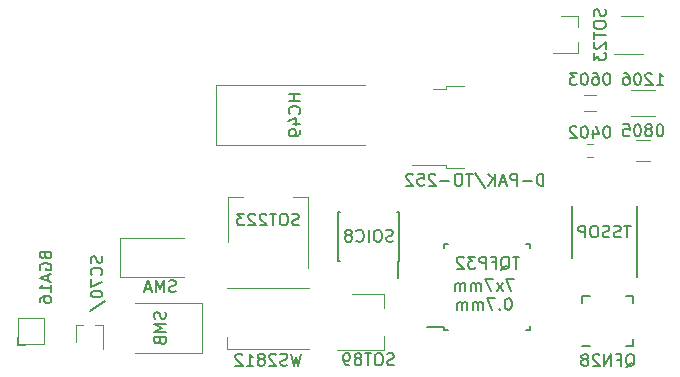
<source format=gbr>
%TF.GenerationSoftware,KiCad,Pcbnew,9.0.0*%
%TF.CreationDate,2025-03-10T01:27:30-04:00*%
%TF.ProjectId,cinna-chan-light,63696e6e-612d-4636-9861-6e2d6c696768,rev?*%
%TF.SameCoordinates,Original*%
%TF.FileFunction,Legend,Bot*%
%TF.FilePolarity,Positive*%
%FSLAX46Y46*%
G04 Gerber Fmt 4.6, Leading zero omitted, Abs format (unit mm)*
G04 Created by KiCad (PCBNEW 9.0.0) date 2025-03-10 01:27:30*
%MOMM*%
%LPD*%
G01*
G04 APERTURE LIST*
%ADD10C,0.150000*%
%ADD11C,0.120000*%
G04 APERTURE END LIST*
D10*
X154185618Y-103297847D02*
X153518952Y-103297847D01*
X153518952Y-103297847D02*
X153947523Y-104297847D01*
X153233237Y-104297847D02*
X152709428Y-103631180D01*
X153233237Y-103631180D02*
X152709428Y-104297847D01*
X152423713Y-103297847D02*
X151757047Y-103297847D01*
X151757047Y-103297847D02*
X152185618Y-104297847D01*
X151376094Y-104297847D02*
X151376094Y-103631180D01*
X151376094Y-103726418D02*
X151328475Y-103678799D01*
X151328475Y-103678799D02*
X151233237Y-103631180D01*
X151233237Y-103631180D02*
X151090380Y-103631180D01*
X151090380Y-103631180D02*
X150995142Y-103678799D01*
X150995142Y-103678799D02*
X150947523Y-103774037D01*
X150947523Y-103774037D02*
X150947523Y-104297847D01*
X150947523Y-103774037D02*
X150899904Y-103678799D01*
X150899904Y-103678799D02*
X150804666Y-103631180D01*
X150804666Y-103631180D02*
X150661809Y-103631180D01*
X150661809Y-103631180D02*
X150566570Y-103678799D01*
X150566570Y-103678799D02*
X150518951Y-103774037D01*
X150518951Y-103774037D02*
X150518951Y-104297847D01*
X150042761Y-104297847D02*
X150042761Y-103631180D01*
X150042761Y-103726418D02*
X149995142Y-103678799D01*
X149995142Y-103678799D02*
X149899904Y-103631180D01*
X149899904Y-103631180D02*
X149757047Y-103631180D01*
X149757047Y-103631180D02*
X149661809Y-103678799D01*
X149661809Y-103678799D02*
X149614190Y-103774037D01*
X149614190Y-103774037D02*
X149614190Y-104297847D01*
X149614190Y-103774037D02*
X149566571Y-103678799D01*
X149566571Y-103678799D02*
X149471333Y-103631180D01*
X149471333Y-103631180D02*
X149328476Y-103631180D01*
X149328476Y-103631180D02*
X149233237Y-103678799D01*
X149233237Y-103678799D02*
X149185618Y-103774037D01*
X149185618Y-103774037D02*
X149185618Y-104297847D01*
X153733237Y-104907791D02*
X153637999Y-104907791D01*
X153637999Y-104907791D02*
X153542761Y-104955410D01*
X153542761Y-104955410D02*
X153495142Y-105003029D01*
X153495142Y-105003029D02*
X153447523Y-105098267D01*
X153447523Y-105098267D02*
X153399904Y-105288743D01*
X153399904Y-105288743D02*
X153399904Y-105526838D01*
X153399904Y-105526838D02*
X153447523Y-105717314D01*
X153447523Y-105717314D02*
X153495142Y-105812552D01*
X153495142Y-105812552D02*
X153542761Y-105860172D01*
X153542761Y-105860172D02*
X153637999Y-105907791D01*
X153637999Y-105907791D02*
X153733237Y-105907791D01*
X153733237Y-105907791D02*
X153828475Y-105860172D01*
X153828475Y-105860172D02*
X153876094Y-105812552D01*
X153876094Y-105812552D02*
X153923713Y-105717314D01*
X153923713Y-105717314D02*
X153971332Y-105526838D01*
X153971332Y-105526838D02*
X153971332Y-105288743D01*
X153971332Y-105288743D02*
X153923713Y-105098267D01*
X153923713Y-105098267D02*
X153876094Y-105003029D01*
X153876094Y-105003029D02*
X153828475Y-104955410D01*
X153828475Y-104955410D02*
X153733237Y-104907791D01*
X152971332Y-105812552D02*
X152923713Y-105860172D01*
X152923713Y-105860172D02*
X152971332Y-105907791D01*
X152971332Y-105907791D02*
X153018951Y-105860172D01*
X153018951Y-105860172D02*
X152971332Y-105812552D01*
X152971332Y-105812552D02*
X152971332Y-105907791D01*
X152590380Y-104907791D02*
X151923714Y-104907791D01*
X151923714Y-104907791D02*
X152352285Y-105907791D01*
X151542761Y-105907791D02*
X151542761Y-105241124D01*
X151542761Y-105336362D02*
X151495142Y-105288743D01*
X151495142Y-105288743D02*
X151399904Y-105241124D01*
X151399904Y-105241124D02*
X151257047Y-105241124D01*
X151257047Y-105241124D02*
X151161809Y-105288743D01*
X151161809Y-105288743D02*
X151114190Y-105383981D01*
X151114190Y-105383981D02*
X151114190Y-105907791D01*
X151114190Y-105383981D02*
X151066571Y-105288743D01*
X151066571Y-105288743D02*
X150971333Y-105241124D01*
X150971333Y-105241124D02*
X150828476Y-105241124D01*
X150828476Y-105241124D02*
X150733237Y-105288743D01*
X150733237Y-105288743D02*
X150685618Y-105383981D01*
X150685618Y-105383981D02*
X150685618Y-105907791D01*
X150209428Y-105907791D02*
X150209428Y-105241124D01*
X150209428Y-105336362D02*
X150161809Y-105288743D01*
X150161809Y-105288743D02*
X150066571Y-105241124D01*
X150066571Y-105241124D02*
X149923714Y-105241124D01*
X149923714Y-105241124D02*
X149828476Y-105288743D01*
X149828476Y-105288743D02*
X149780857Y-105383981D01*
X149780857Y-105383981D02*
X149780857Y-105907791D01*
X149780857Y-105383981D02*
X149733238Y-105288743D01*
X149733238Y-105288743D02*
X149638000Y-105241124D01*
X149638000Y-105241124D02*
X149495143Y-105241124D01*
X149495143Y-105241124D02*
X149399904Y-105288743D01*
X149399904Y-105288743D02*
X149352285Y-105383981D01*
X149352285Y-105383981D02*
X149352285Y-105907791D01*
X166242857Y-86846819D02*
X166814285Y-86846819D01*
X166528571Y-86846819D02*
X166528571Y-85846819D01*
X166528571Y-85846819D02*
X166623809Y-85989676D01*
X166623809Y-85989676D02*
X166719047Y-86084914D01*
X166719047Y-86084914D02*
X166814285Y-86132533D01*
X165861904Y-85942057D02*
X165814285Y-85894438D01*
X165814285Y-85894438D02*
X165719047Y-85846819D01*
X165719047Y-85846819D02*
X165480952Y-85846819D01*
X165480952Y-85846819D02*
X165385714Y-85894438D01*
X165385714Y-85894438D02*
X165338095Y-85942057D01*
X165338095Y-85942057D02*
X165290476Y-86037295D01*
X165290476Y-86037295D02*
X165290476Y-86132533D01*
X165290476Y-86132533D02*
X165338095Y-86275390D01*
X165338095Y-86275390D02*
X165909523Y-86846819D01*
X165909523Y-86846819D02*
X165290476Y-86846819D01*
X164671428Y-85846819D02*
X164576190Y-85846819D01*
X164576190Y-85846819D02*
X164480952Y-85894438D01*
X164480952Y-85894438D02*
X164433333Y-85942057D01*
X164433333Y-85942057D02*
X164385714Y-86037295D01*
X164385714Y-86037295D02*
X164338095Y-86227771D01*
X164338095Y-86227771D02*
X164338095Y-86465866D01*
X164338095Y-86465866D02*
X164385714Y-86656342D01*
X164385714Y-86656342D02*
X164433333Y-86751580D01*
X164433333Y-86751580D02*
X164480952Y-86799200D01*
X164480952Y-86799200D02*
X164576190Y-86846819D01*
X164576190Y-86846819D02*
X164671428Y-86846819D01*
X164671428Y-86846819D02*
X164766666Y-86799200D01*
X164766666Y-86799200D02*
X164814285Y-86751580D01*
X164814285Y-86751580D02*
X164861904Y-86656342D01*
X164861904Y-86656342D02*
X164909523Y-86465866D01*
X164909523Y-86465866D02*
X164909523Y-86227771D01*
X164909523Y-86227771D02*
X164861904Y-86037295D01*
X164861904Y-86037295D02*
X164814285Y-85942057D01*
X164814285Y-85942057D02*
X164766666Y-85894438D01*
X164766666Y-85894438D02*
X164671428Y-85846819D01*
X163480952Y-85846819D02*
X163671428Y-85846819D01*
X163671428Y-85846819D02*
X163766666Y-85894438D01*
X163766666Y-85894438D02*
X163814285Y-85942057D01*
X163814285Y-85942057D02*
X163909523Y-86084914D01*
X163909523Y-86084914D02*
X163957142Y-86275390D01*
X163957142Y-86275390D02*
X163957142Y-86656342D01*
X163957142Y-86656342D02*
X163909523Y-86751580D01*
X163909523Y-86751580D02*
X163861904Y-86799200D01*
X163861904Y-86799200D02*
X163766666Y-86846819D01*
X163766666Y-86846819D02*
X163576190Y-86846819D01*
X163576190Y-86846819D02*
X163480952Y-86799200D01*
X163480952Y-86799200D02*
X163433333Y-86751580D01*
X163433333Y-86751580D02*
X163385714Y-86656342D01*
X163385714Y-86656342D02*
X163385714Y-86418247D01*
X163385714Y-86418247D02*
X163433333Y-86323009D01*
X163433333Y-86323009D02*
X163480952Y-86275390D01*
X163480952Y-86275390D02*
X163576190Y-86227771D01*
X163576190Y-86227771D02*
X163766666Y-86227771D01*
X163766666Y-86227771D02*
X163861904Y-86275390D01*
X163861904Y-86275390D02*
X163909523Y-86323009D01*
X163909523Y-86323009D02*
X163957142Y-86418247D01*
X166576190Y-90196819D02*
X166480952Y-90196819D01*
X166480952Y-90196819D02*
X166385714Y-90244438D01*
X166385714Y-90244438D02*
X166338095Y-90292057D01*
X166338095Y-90292057D02*
X166290476Y-90387295D01*
X166290476Y-90387295D02*
X166242857Y-90577771D01*
X166242857Y-90577771D02*
X166242857Y-90815866D01*
X166242857Y-90815866D02*
X166290476Y-91006342D01*
X166290476Y-91006342D02*
X166338095Y-91101580D01*
X166338095Y-91101580D02*
X166385714Y-91149200D01*
X166385714Y-91149200D02*
X166480952Y-91196819D01*
X166480952Y-91196819D02*
X166576190Y-91196819D01*
X166576190Y-91196819D02*
X166671428Y-91149200D01*
X166671428Y-91149200D02*
X166719047Y-91101580D01*
X166719047Y-91101580D02*
X166766666Y-91006342D01*
X166766666Y-91006342D02*
X166814285Y-90815866D01*
X166814285Y-90815866D02*
X166814285Y-90577771D01*
X166814285Y-90577771D02*
X166766666Y-90387295D01*
X166766666Y-90387295D02*
X166719047Y-90292057D01*
X166719047Y-90292057D02*
X166671428Y-90244438D01*
X166671428Y-90244438D02*
X166576190Y-90196819D01*
X165671428Y-90625390D02*
X165766666Y-90577771D01*
X165766666Y-90577771D02*
X165814285Y-90530152D01*
X165814285Y-90530152D02*
X165861904Y-90434914D01*
X165861904Y-90434914D02*
X165861904Y-90387295D01*
X165861904Y-90387295D02*
X165814285Y-90292057D01*
X165814285Y-90292057D02*
X165766666Y-90244438D01*
X165766666Y-90244438D02*
X165671428Y-90196819D01*
X165671428Y-90196819D02*
X165480952Y-90196819D01*
X165480952Y-90196819D02*
X165385714Y-90244438D01*
X165385714Y-90244438D02*
X165338095Y-90292057D01*
X165338095Y-90292057D02*
X165290476Y-90387295D01*
X165290476Y-90387295D02*
X165290476Y-90434914D01*
X165290476Y-90434914D02*
X165338095Y-90530152D01*
X165338095Y-90530152D02*
X165385714Y-90577771D01*
X165385714Y-90577771D02*
X165480952Y-90625390D01*
X165480952Y-90625390D02*
X165671428Y-90625390D01*
X165671428Y-90625390D02*
X165766666Y-90673009D01*
X165766666Y-90673009D02*
X165814285Y-90720628D01*
X165814285Y-90720628D02*
X165861904Y-90815866D01*
X165861904Y-90815866D02*
X165861904Y-91006342D01*
X165861904Y-91006342D02*
X165814285Y-91101580D01*
X165814285Y-91101580D02*
X165766666Y-91149200D01*
X165766666Y-91149200D02*
X165671428Y-91196819D01*
X165671428Y-91196819D02*
X165480952Y-91196819D01*
X165480952Y-91196819D02*
X165385714Y-91149200D01*
X165385714Y-91149200D02*
X165338095Y-91101580D01*
X165338095Y-91101580D02*
X165290476Y-91006342D01*
X165290476Y-91006342D02*
X165290476Y-90815866D01*
X165290476Y-90815866D02*
X165338095Y-90720628D01*
X165338095Y-90720628D02*
X165385714Y-90673009D01*
X165385714Y-90673009D02*
X165480952Y-90625390D01*
X164671428Y-90196819D02*
X164576190Y-90196819D01*
X164576190Y-90196819D02*
X164480952Y-90244438D01*
X164480952Y-90244438D02*
X164433333Y-90292057D01*
X164433333Y-90292057D02*
X164385714Y-90387295D01*
X164385714Y-90387295D02*
X164338095Y-90577771D01*
X164338095Y-90577771D02*
X164338095Y-90815866D01*
X164338095Y-90815866D02*
X164385714Y-91006342D01*
X164385714Y-91006342D02*
X164433333Y-91101580D01*
X164433333Y-91101580D02*
X164480952Y-91149200D01*
X164480952Y-91149200D02*
X164576190Y-91196819D01*
X164576190Y-91196819D02*
X164671428Y-91196819D01*
X164671428Y-91196819D02*
X164766666Y-91149200D01*
X164766666Y-91149200D02*
X164814285Y-91101580D01*
X164814285Y-91101580D02*
X164861904Y-91006342D01*
X164861904Y-91006342D02*
X164909523Y-90815866D01*
X164909523Y-90815866D02*
X164909523Y-90577771D01*
X164909523Y-90577771D02*
X164861904Y-90387295D01*
X164861904Y-90387295D02*
X164814285Y-90292057D01*
X164814285Y-90292057D02*
X164766666Y-90244438D01*
X164766666Y-90244438D02*
X164671428Y-90196819D01*
X163433333Y-90196819D02*
X163909523Y-90196819D01*
X163909523Y-90196819D02*
X163957142Y-90673009D01*
X163957142Y-90673009D02*
X163909523Y-90625390D01*
X163909523Y-90625390D02*
X163814285Y-90577771D01*
X163814285Y-90577771D02*
X163576190Y-90577771D01*
X163576190Y-90577771D02*
X163480952Y-90625390D01*
X163480952Y-90625390D02*
X163433333Y-90673009D01*
X163433333Y-90673009D02*
X163385714Y-90768247D01*
X163385714Y-90768247D02*
X163385714Y-91006342D01*
X163385714Y-91006342D02*
X163433333Y-91101580D01*
X163433333Y-91101580D02*
X163480952Y-91149200D01*
X163480952Y-91149200D02*
X163576190Y-91196819D01*
X163576190Y-91196819D02*
X163814285Y-91196819D01*
X163814285Y-91196819D02*
X163909523Y-91149200D01*
X163909523Y-91149200D02*
X163957142Y-91101580D01*
X162076190Y-85846819D02*
X161980952Y-85846819D01*
X161980952Y-85846819D02*
X161885714Y-85894438D01*
X161885714Y-85894438D02*
X161838095Y-85942057D01*
X161838095Y-85942057D02*
X161790476Y-86037295D01*
X161790476Y-86037295D02*
X161742857Y-86227771D01*
X161742857Y-86227771D02*
X161742857Y-86465866D01*
X161742857Y-86465866D02*
X161790476Y-86656342D01*
X161790476Y-86656342D02*
X161838095Y-86751580D01*
X161838095Y-86751580D02*
X161885714Y-86799200D01*
X161885714Y-86799200D02*
X161980952Y-86846819D01*
X161980952Y-86846819D02*
X162076190Y-86846819D01*
X162076190Y-86846819D02*
X162171428Y-86799200D01*
X162171428Y-86799200D02*
X162219047Y-86751580D01*
X162219047Y-86751580D02*
X162266666Y-86656342D01*
X162266666Y-86656342D02*
X162314285Y-86465866D01*
X162314285Y-86465866D02*
X162314285Y-86227771D01*
X162314285Y-86227771D02*
X162266666Y-86037295D01*
X162266666Y-86037295D02*
X162219047Y-85942057D01*
X162219047Y-85942057D02*
X162171428Y-85894438D01*
X162171428Y-85894438D02*
X162076190Y-85846819D01*
X160885714Y-85846819D02*
X161076190Y-85846819D01*
X161076190Y-85846819D02*
X161171428Y-85894438D01*
X161171428Y-85894438D02*
X161219047Y-85942057D01*
X161219047Y-85942057D02*
X161314285Y-86084914D01*
X161314285Y-86084914D02*
X161361904Y-86275390D01*
X161361904Y-86275390D02*
X161361904Y-86656342D01*
X161361904Y-86656342D02*
X161314285Y-86751580D01*
X161314285Y-86751580D02*
X161266666Y-86799200D01*
X161266666Y-86799200D02*
X161171428Y-86846819D01*
X161171428Y-86846819D02*
X160980952Y-86846819D01*
X160980952Y-86846819D02*
X160885714Y-86799200D01*
X160885714Y-86799200D02*
X160838095Y-86751580D01*
X160838095Y-86751580D02*
X160790476Y-86656342D01*
X160790476Y-86656342D02*
X160790476Y-86418247D01*
X160790476Y-86418247D02*
X160838095Y-86323009D01*
X160838095Y-86323009D02*
X160885714Y-86275390D01*
X160885714Y-86275390D02*
X160980952Y-86227771D01*
X160980952Y-86227771D02*
X161171428Y-86227771D01*
X161171428Y-86227771D02*
X161266666Y-86275390D01*
X161266666Y-86275390D02*
X161314285Y-86323009D01*
X161314285Y-86323009D02*
X161361904Y-86418247D01*
X160171428Y-85846819D02*
X160076190Y-85846819D01*
X160076190Y-85846819D02*
X159980952Y-85894438D01*
X159980952Y-85894438D02*
X159933333Y-85942057D01*
X159933333Y-85942057D02*
X159885714Y-86037295D01*
X159885714Y-86037295D02*
X159838095Y-86227771D01*
X159838095Y-86227771D02*
X159838095Y-86465866D01*
X159838095Y-86465866D02*
X159885714Y-86656342D01*
X159885714Y-86656342D02*
X159933333Y-86751580D01*
X159933333Y-86751580D02*
X159980952Y-86799200D01*
X159980952Y-86799200D02*
X160076190Y-86846819D01*
X160076190Y-86846819D02*
X160171428Y-86846819D01*
X160171428Y-86846819D02*
X160266666Y-86799200D01*
X160266666Y-86799200D02*
X160314285Y-86751580D01*
X160314285Y-86751580D02*
X160361904Y-86656342D01*
X160361904Y-86656342D02*
X160409523Y-86465866D01*
X160409523Y-86465866D02*
X160409523Y-86227771D01*
X160409523Y-86227771D02*
X160361904Y-86037295D01*
X160361904Y-86037295D02*
X160314285Y-85942057D01*
X160314285Y-85942057D02*
X160266666Y-85894438D01*
X160266666Y-85894438D02*
X160171428Y-85846819D01*
X159504761Y-85846819D02*
X158885714Y-85846819D01*
X158885714Y-85846819D02*
X159219047Y-86227771D01*
X159219047Y-86227771D02*
X159076190Y-86227771D01*
X159076190Y-86227771D02*
X158980952Y-86275390D01*
X158980952Y-86275390D02*
X158933333Y-86323009D01*
X158933333Y-86323009D02*
X158885714Y-86418247D01*
X158885714Y-86418247D02*
X158885714Y-86656342D01*
X158885714Y-86656342D02*
X158933333Y-86751580D01*
X158933333Y-86751580D02*
X158980952Y-86799200D01*
X158980952Y-86799200D02*
X159076190Y-86846819D01*
X159076190Y-86846819D02*
X159361904Y-86846819D01*
X159361904Y-86846819D02*
X159457142Y-86799200D01*
X159457142Y-86799200D02*
X159504761Y-86751580D01*
X162076190Y-90346819D02*
X161980952Y-90346819D01*
X161980952Y-90346819D02*
X161885714Y-90394438D01*
X161885714Y-90394438D02*
X161838095Y-90442057D01*
X161838095Y-90442057D02*
X161790476Y-90537295D01*
X161790476Y-90537295D02*
X161742857Y-90727771D01*
X161742857Y-90727771D02*
X161742857Y-90965866D01*
X161742857Y-90965866D02*
X161790476Y-91156342D01*
X161790476Y-91156342D02*
X161838095Y-91251580D01*
X161838095Y-91251580D02*
X161885714Y-91299200D01*
X161885714Y-91299200D02*
X161980952Y-91346819D01*
X161980952Y-91346819D02*
X162076190Y-91346819D01*
X162076190Y-91346819D02*
X162171428Y-91299200D01*
X162171428Y-91299200D02*
X162219047Y-91251580D01*
X162219047Y-91251580D02*
X162266666Y-91156342D01*
X162266666Y-91156342D02*
X162314285Y-90965866D01*
X162314285Y-90965866D02*
X162314285Y-90727771D01*
X162314285Y-90727771D02*
X162266666Y-90537295D01*
X162266666Y-90537295D02*
X162219047Y-90442057D01*
X162219047Y-90442057D02*
X162171428Y-90394438D01*
X162171428Y-90394438D02*
X162076190Y-90346819D01*
X160885714Y-90680152D02*
X160885714Y-91346819D01*
X161123809Y-90299200D02*
X161361904Y-91013485D01*
X161361904Y-91013485D02*
X160742857Y-91013485D01*
X160171428Y-90346819D02*
X160076190Y-90346819D01*
X160076190Y-90346819D02*
X159980952Y-90394438D01*
X159980952Y-90394438D02*
X159933333Y-90442057D01*
X159933333Y-90442057D02*
X159885714Y-90537295D01*
X159885714Y-90537295D02*
X159838095Y-90727771D01*
X159838095Y-90727771D02*
X159838095Y-90965866D01*
X159838095Y-90965866D02*
X159885714Y-91156342D01*
X159885714Y-91156342D02*
X159933333Y-91251580D01*
X159933333Y-91251580D02*
X159980952Y-91299200D01*
X159980952Y-91299200D02*
X160076190Y-91346819D01*
X160076190Y-91346819D02*
X160171428Y-91346819D01*
X160171428Y-91346819D02*
X160266666Y-91299200D01*
X160266666Y-91299200D02*
X160314285Y-91251580D01*
X160314285Y-91251580D02*
X160361904Y-91156342D01*
X160361904Y-91156342D02*
X160409523Y-90965866D01*
X160409523Y-90965866D02*
X160409523Y-90727771D01*
X160409523Y-90727771D02*
X160361904Y-90537295D01*
X160361904Y-90537295D02*
X160314285Y-90442057D01*
X160314285Y-90442057D02*
X160266666Y-90394438D01*
X160266666Y-90394438D02*
X160171428Y-90346819D01*
X159457142Y-90442057D02*
X159409523Y-90394438D01*
X159409523Y-90394438D02*
X159314285Y-90346819D01*
X159314285Y-90346819D02*
X159076190Y-90346819D01*
X159076190Y-90346819D02*
X158980952Y-90394438D01*
X158980952Y-90394438D02*
X158933333Y-90442057D01*
X158933333Y-90442057D02*
X158885714Y-90537295D01*
X158885714Y-90537295D02*
X158885714Y-90632533D01*
X158885714Y-90632533D02*
X158933333Y-90775390D01*
X158933333Y-90775390D02*
X159504761Y-91346819D01*
X159504761Y-91346819D02*
X158885714Y-91346819D01*
X164059904Y-98768819D02*
X163488476Y-98768819D01*
X163774190Y-99768819D02*
X163774190Y-98768819D01*
X163202761Y-99721200D02*
X163059904Y-99768819D01*
X163059904Y-99768819D02*
X162821809Y-99768819D01*
X162821809Y-99768819D02*
X162726571Y-99721200D01*
X162726571Y-99721200D02*
X162678952Y-99673580D01*
X162678952Y-99673580D02*
X162631333Y-99578342D01*
X162631333Y-99578342D02*
X162631333Y-99483104D01*
X162631333Y-99483104D02*
X162678952Y-99387866D01*
X162678952Y-99387866D02*
X162726571Y-99340247D01*
X162726571Y-99340247D02*
X162821809Y-99292628D01*
X162821809Y-99292628D02*
X163012285Y-99245009D01*
X163012285Y-99245009D02*
X163107523Y-99197390D01*
X163107523Y-99197390D02*
X163155142Y-99149771D01*
X163155142Y-99149771D02*
X163202761Y-99054533D01*
X163202761Y-99054533D02*
X163202761Y-98959295D01*
X163202761Y-98959295D02*
X163155142Y-98864057D01*
X163155142Y-98864057D02*
X163107523Y-98816438D01*
X163107523Y-98816438D02*
X163012285Y-98768819D01*
X163012285Y-98768819D02*
X162774190Y-98768819D01*
X162774190Y-98768819D02*
X162631333Y-98816438D01*
X162250380Y-99721200D02*
X162107523Y-99768819D01*
X162107523Y-99768819D02*
X161869428Y-99768819D01*
X161869428Y-99768819D02*
X161774190Y-99721200D01*
X161774190Y-99721200D02*
X161726571Y-99673580D01*
X161726571Y-99673580D02*
X161678952Y-99578342D01*
X161678952Y-99578342D02*
X161678952Y-99483104D01*
X161678952Y-99483104D02*
X161726571Y-99387866D01*
X161726571Y-99387866D02*
X161774190Y-99340247D01*
X161774190Y-99340247D02*
X161869428Y-99292628D01*
X161869428Y-99292628D02*
X162059904Y-99245009D01*
X162059904Y-99245009D02*
X162155142Y-99197390D01*
X162155142Y-99197390D02*
X162202761Y-99149771D01*
X162202761Y-99149771D02*
X162250380Y-99054533D01*
X162250380Y-99054533D02*
X162250380Y-98959295D01*
X162250380Y-98959295D02*
X162202761Y-98864057D01*
X162202761Y-98864057D02*
X162155142Y-98816438D01*
X162155142Y-98816438D02*
X162059904Y-98768819D01*
X162059904Y-98768819D02*
X161821809Y-98768819D01*
X161821809Y-98768819D02*
X161678952Y-98816438D01*
X161059904Y-98768819D02*
X160869428Y-98768819D01*
X160869428Y-98768819D02*
X160774190Y-98816438D01*
X160774190Y-98816438D02*
X160678952Y-98911676D01*
X160678952Y-98911676D02*
X160631333Y-99102152D01*
X160631333Y-99102152D02*
X160631333Y-99435485D01*
X160631333Y-99435485D02*
X160678952Y-99625961D01*
X160678952Y-99625961D02*
X160774190Y-99721200D01*
X160774190Y-99721200D02*
X160869428Y-99768819D01*
X160869428Y-99768819D02*
X161059904Y-99768819D01*
X161059904Y-99768819D02*
X161155142Y-99721200D01*
X161155142Y-99721200D02*
X161250380Y-99625961D01*
X161250380Y-99625961D02*
X161297999Y-99435485D01*
X161297999Y-99435485D02*
X161297999Y-99102152D01*
X161297999Y-99102152D02*
X161250380Y-98911676D01*
X161250380Y-98911676D02*
X161155142Y-98816438D01*
X161155142Y-98816438D02*
X161059904Y-98768819D01*
X160202761Y-99768819D02*
X160202761Y-98768819D01*
X160202761Y-98768819D02*
X159821809Y-98768819D01*
X159821809Y-98768819D02*
X159726571Y-98816438D01*
X159726571Y-98816438D02*
X159678952Y-98864057D01*
X159678952Y-98864057D02*
X159631333Y-98959295D01*
X159631333Y-98959295D02*
X159631333Y-99102152D01*
X159631333Y-99102152D02*
X159678952Y-99197390D01*
X159678952Y-99197390D02*
X159726571Y-99245009D01*
X159726571Y-99245009D02*
X159821809Y-99292628D01*
X159821809Y-99292628D02*
X160202761Y-99292628D01*
X125523713Y-104349200D02*
X125380856Y-104396819D01*
X125380856Y-104396819D02*
X125142761Y-104396819D01*
X125142761Y-104396819D02*
X125047523Y-104349200D01*
X125047523Y-104349200D02*
X124999904Y-104301580D01*
X124999904Y-104301580D02*
X124952285Y-104206342D01*
X124952285Y-104206342D02*
X124952285Y-104111104D01*
X124952285Y-104111104D02*
X124999904Y-104015866D01*
X124999904Y-104015866D02*
X125047523Y-103968247D01*
X125047523Y-103968247D02*
X125142761Y-103920628D01*
X125142761Y-103920628D02*
X125333237Y-103873009D01*
X125333237Y-103873009D02*
X125428475Y-103825390D01*
X125428475Y-103825390D02*
X125476094Y-103777771D01*
X125476094Y-103777771D02*
X125523713Y-103682533D01*
X125523713Y-103682533D02*
X125523713Y-103587295D01*
X125523713Y-103587295D02*
X125476094Y-103492057D01*
X125476094Y-103492057D02*
X125428475Y-103444438D01*
X125428475Y-103444438D02*
X125333237Y-103396819D01*
X125333237Y-103396819D02*
X125095142Y-103396819D01*
X125095142Y-103396819D02*
X124952285Y-103444438D01*
X124523713Y-104396819D02*
X124523713Y-103396819D01*
X124523713Y-103396819D02*
X124190380Y-104111104D01*
X124190380Y-104111104D02*
X123857047Y-103396819D01*
X123857047Y-103396819D02*
X123857047Y-104396819D01*
X123428475Y-104111104D02*
X122952285Y-104111104D01*
X123523713Y-104396819D02*
X123190380Y-103396819D01*
X123190380Y-103396819D02*
X122857047Y-104396819D01*
X124645200Y-106084857D02*
X124692819Y-106227714D01*
X124692819Y-106227714D02*
X124692819Y-106465809D01*
X124692819Y-106465809D02*
X124645200Y-106561047D01*
X124645200Y-106561047D02*
X124597580Y-106608666D01*
X124597580Y-106608666D02*
X124502342Y-106656285D01*
X124502342Y-106656285D02*
X124407104Y-106656285D01*
X124407104Y-106656285D02*
X124311866Y-106608666D01*
X124311866Y-106608666D02*
X124264247Y-106561047D01*
X124264247Y-106561047D02*
X124216628Y-106465809D01*
X124216628Y-106465809D02*
X124169009Y-106275333D01*
X124169009Y-106275333D02*
X124121390Y-106180095D01*
X124121390Y-106180095D02*
X124073771Y-106132476D01*
X124073771Y-106132476D02*
X123978533Y-106084857D01*
X123978533Y-106084857D02*
X123883295Y-106084857D01*
X123883295Y-106084857D02*
X123788057Y-106132476D01*
X123788057Y-106132476D02*
X123740438Y-106180095D01*
X123740438Y-106180095D02*
X123692819Y-106275333D01*
X123692819Y-106275333D02*
X123692819Y-106513428D01*
X123692819Y-106513428D02*
X123740438Y-106656285D01*
X124692819Y-107084857D02*
X123692819Y-107084857D01*
X123692819Y-107084857D02*
X124407104Y-107418190D01*
X124407104Y-107418190D02*
X123692819Y-107751523D01*
X123692819Y-107751523D02*
X124692819Y-107751523D01*
X124169009Y-108561047D02*
X124216628Y-108703904D01*
X124216628Y-108703904D02*
X124264247Y-108751523D01*
X124264247Y-108751523D02*
X124359485Y-108799142D01*
X124359485Y-108799142D02*
X124502342Y-108799142D01*
X124502342Y-108799142D02*
X124597580Y-108751523D01*
X124597580Y-108751523D02*
X124645200Y-108703904D01*
X124645200Y-108703904D02*
X124692819Y-108608666D01*
X124692819Y-108608666D02*
X124692819Y-108227714D01*
X124692819Y-108227714D02*
X123692819Y-108227714D01*
X123692819Y-108227714D02*
X123692819Y-108561047D01*
X123692819Y-108561047D02*
X123740438Y-108656285D01*
X123740438Y-108656285D02*
X123788057Y-108703904D01*
X123788057Y-108703904D02*
X123883295Y-108751523D01*
X123883295Y-108751523D02*
X123978533Y-108751523D01*
X123978533Y-108751523D02*
X124073771Y-108703904D01*
X124073771Y-108703904D02*
X124121390Y-108656285D01*
X124121390Y-108656285D02*
X124169009Y-108561047D01*
X124169009Y-108561047D02*
X124169009Y-108227714D01*
X135969047Y-98705200D02*
X135826190Y-98752819D01*
X135826190Y-98752819D02*
X135588095Y-98752819D01*
X135588095Y-98752819D02*
X135492857Y-98705200D01*
X135492857Y-98705200D02*
X135445238Y-98657580D01*
X135445238Y-98657580D02*
X135397619Y-98562342D01*
X135397619Y-98562342D02*
X135397619Y-98467104D01*
X135397619Y-98467104D02*
X135445238Y-98371866D01*
X135445238Y-98371866D02*
X135492857Y-98324247D01*
X135492857Y-98324247D02*
X135588095Y-98276628D01*
X135588095Y-98276628D02*
X135778571Y-98229009D01*
X135778571Y-98229009D02*
X135873809Y-98181390D01*
X135873809Y-98181390D02*
X135921428Y-98133771D01*
X135921428Y-98133771D02*
X135969047Y-98038533D01*
X135969047Y-98038533D02*
X135969047Y-97943295D01*
X135969047Y-97943295D02*
X135921428Y-97848057D01*
X135921428Y-97848057D02*
X135873809Y-97800438D01*
X135873809Y-97800438D02*
X135778571Y-97752819D01*
X135778571Y-97752819D02*
X135540476Y-97752819D01*
X135540476Y-97752819D02*
X135397619Y-97800438D01*
X134778571Y-97752819D02*
X134588095Y-97752819D01*
X134588095Y-97752819D02*
X134492857Y-97800438D01*
X134492857Y-97800438D02*
X134397619Y-97895676D01*
X134397619Y-97895676D02*
X134350000Y-98086152D01*
X134350000Y-98086152D02*
X134350000Y-98419485D01*
X134350000Y-98419485D02*
X134397619Y-98609961D01*
X134397619Y-98609961D02*
X134492857Y-98705200D01*
X134492857Y-98705200D02*
X134588095Y-98752819D01*
X134588095Y-98752819D02*
X134778571Y-98752819D01*
X134778571Y-98752819D02*
X134873809Y-98705200D01*
X134873809Y-98705200D02*
X134969047Y-98609961D01*
X134969047Y-98609961D02*
X135016666Y-98419485D01*
X135016666Y-98419485D02*
X135016666Y-98086152D01*
X135016666Y-98086152D02*
X134969047Y-97895676D01*
X134969047Y-97895676D02*
X134873809Y-97800438D01*
X134873809Y-97800438D02*
X134778571Y-97752819D01*
X134064285Y-97752819D02*
X133492857Y-97752819D01*
X133778571Y-98752819D02*
X133778571Y-97752819D01*
X133207142Y-97848057D02*
X133159523Y-97800438D01*
X133159523Y-97800438D02*
X133064285Y-97752819D01*
X133064285Y-97752819D02*
X132826190Y-97752819D01*
X132826190Y-97752819D02*
X132730952Y-97800438D01*
X132730952Y-97800438D02*
X132683333Y-97848057D01*
X132683333Y-97848057D02*
X132635714Y-97943295D01*
X132635714Y-97943295D02*
X132635714Y-98038533D01*
X132635714Y-98038533D02*
X132683333Y-98181390D01*
X132683333Y-98181390D02*
X133254761Y-98752819D01*
X133254761Y-98752819D02*
X132635714Y-98752819D01*
X132254761Y-97848057D02*
X132207142Y-97800438D01*
X132207142Y-97800438D02*
X132111904Y-97752819D01*
X132111904Y-97752819D02*
X131873809Y-97752819D01*
X131873809Y-97752819D02*
X131778571Y-97800438D01*
X131778571Y-97800438D02*
X131730952Y-97848057D01*
X131730952Y-97848057D02*
X131683333Y-97943295D01*
X131683333Y-97943295D02*
X131683333Y-98038533D01*
X131683333Y-98038533D02*
X131730952Y-98181390D01*
X131730952Y-98181390D02*
X132302380Y-98752819D01*
X132302380Y-98752819D02*
X131683333Y-98752819D01*
X131349999Y-97752819D02*
X130730952Y-97752819D01*
X130730952Y-97752819D02*
X131064285Y-98133771D01*
X131064285Y-98133771D02*
X130921428Y-98133771D01*
X130921428Y-98133771D02*
X130826190Y-98181390D01*
X130826190Y-98181390D02*
X130778571Y-98229009D01*
X130778571Y-98229009D02*
X130730952Y-98324247D01*
X130730952Y-98324247D02*
X130730952Y-98562342D01*
X130730952Y-98562342D02*
X130778571Y-98657580D01*
X130778571Y-98657580D02*
X130826190Y-98705200D01*
X130826190Y-98705200D02*
X130921428Y-98752819D01*
X130921428Y-98752819D02*
X131207142Y-98752819D01*
X131207142Y-98752819D02*
X131302380Y-98705200D01*
X131302380Y-98705200D02*
X131349999Y-98657580D01*
X161875200Y-80473143D02*
X161922819Y-80616000D01*
X161922819Y-80616000D02*
X161922819Y-80854095D01*
X161922819Y-80854095D02*
X161875200Y-80949333D01*
X161875200Y-80949333D02*
X161827580Y-80996952D01*
X161827580Y-80996952D02*
X161732342Y-81044571D01*
X161732342Y-81044571D02*
X161637104Y-81044571D01*
X161637104Y-81044571D02*
X161541866Y-80996952D01*
X161541866Y-80996952D02*
X161494247Y-80949333D01*
X161494247Y-80949333D02*
X161446628Y-80854095D01*
X161446628Y-80854095D02*
X161399009Y-80663619D01*
X161399009Y-80663619D02*
X161351390Y-80568381D01*
X161351390Y-80568381D02*
X161303771Y-80520762D01*
X161303771Y-80520762D02*
X161208533Y-80473143D01*
X161208533Y-80473143D02*
X161113295Y-80473143D01*
X161113295Y-80473143D02*
X161018057Y-80520762D01*
X161018057Y-80520762D02*
X160970438Y-80568381D01*
X160970438Y-80568381D02*
X160922819Y-80663619D01*
X160922819Y-80663619D02*
X160922819Y-80901714D01*
X160922819Y-80901714D02*
X160970438Y-81044571D01*
X160922819Y-81663619D02*
X160922819Y-81854095D01*
X160922819Y-81854095D02*
X160970438Y-81949333D01*
X160970438Y-81949333D02*
X161065676Y-82044571D01*
X161065676Y-82044571D02*
X161256152Y-82092190D01*
X161256152Y-82092190D02*
X161589485Y-82092190D01*
X161589485Y-82092190D02*
X161779961Y-82044571D01*
X161779961Y-82044571D02*
X161875200Y-81949333D01*
X161875200Y-81949333D02*
X161922819Y-81854095D01*
X161922819Y-81854095D02*
X161922819Y-81663619D01*
X161922819Y-81663619D02*
X161875200Y-81568381D01*
X161875200Y-81568381D02*
X161779961Y-81473143D01*
X161779961Y-81473143D02*
X161589485Y-81425524D01*
X161589485Y-81425524D02*
X161256152Y-81425524D01*
X161256152Y-81425524D02*
X161065676Y-81473143D01*
X161065676Y-81473143D02*
X160970438Y-81568381D01*
X160970438Y-81568381D02*
X160922819Y-81663619D01*
X160922819Y-82377905D02*
X160922819Y-82949333D01*
X161922819Y-82663619D02*
X160922819Y-82663619D01*
X161018057Y-83235048D02*
X160970438Y-83282667D01*
X160970438Y-83282667D02*
X160922819Y-83377905D01*
X160922819Y-83377905D02*
X160922819Y-83616000D01*
X160922819Y-83616000D02*
X160970438Y-83711238D01*
X160970438Y-83711238D02*
X161018057Y-83758857D01*
X161018057Y-83758857D02*
X161113295Y-83806476D01*
X161113295Y-83806476D02*
X161208533Y-83806476D01*
X161208533Y-83806476D02*
X161351390Y-83758857D01*
X161351390Y-83758857D02*
X161922819Y-83187429D01*
X161922819Y-83187429D02*
X161922819Y-83806476D01*
X160922819Y-84139810D02*
X160922819Y-84758857D01*
X160922819Y-84758857D02*
X161303771Y-84425524D01*
X161303771Y-84425524D02*
X161303771Y-84568381D01*
X161303771Y-84568381D02*
X161351390Y-84663619D01*
X161351390Y-84663619D02*
X161399009Y-84711238D01*
X161399009Y-84711238D02*
X161494247Y-84758857D01*
X161494247Y-84758857D02*
X161732342Y-84758857D01*
X161732342Y-84758857D02*
X161827580Y-84711238D01*
X161827580Y-84711238D02*
X161875200Y-84663619D01*
X161875200Y-84663619D02*
X161922819Y-84568381D01*
X161922819Y-84568381D02*
X161922819Y-84282667D01*
X161922819Y-84282667D02*
X161875200Y-84187429D01*
X161875200Y-84187429D02*
X161827580Y-84139810D01*
X136090819Y-87669905D02*
X135090819Y-87669905D01*
X135567009Y-87669905D02*
X135567009Y-88241333D01*
X136090819Y-88241333D02*
X135090819Y-88241333D01*
X135995580Y-89288952D02*
X136043200Y-89241333D01*
X136043200Y-89241333D02*
X136090819Y-89098476D01*
X136090819Y-89098476D02*
X136090819Y-89003238D01*
X136090819Y-89003238D02*
X136043200Y-88860381D01*
X136043200Y-88860381D02*
X135947961Y-88765143D01*
X135947961Y-88765143D02*
X135852723Y-88717524D01*
X135852723Y-88717524D02*
X135662247Y-88669905D01*
X135662247Y-88669905D02*
X135519390Y-88669905D01*
X135519390Y-88669905D02*
X135328914Y-88717524D01*
X135328914Y-88717524D02*
X135233676Y-88765143D01*
X135233676Y-88765143D02*
X135138438Y-88860381D01*
X135138438Y-88860381D02*
X135090819Y-89003238D01*
X135090819Y-89003238D02*
X135090819Y-89098476D01*
X135090819Y-89098476D02*
X135138438Y-89241333D01*
X135138438Y-89241333D02*
X135186057Y-89288952D01*
X135424152Y-90146095D02*
X136090819Y-90146095D01*
X135043200Y-89908000D02*
X135757485Y-89669905D01*
X135757485Y-89669905D02*
X135757485Y-90288952D01*
X136090819Y-90717524D02*
X136090819Y-90908000D01*
X136090819Y-90908000D02*
X136043200Y-91003238D01*
X136043200Y-91003238D02*
X135995580Y-91050857D01*
X135995580Y-91050857D02*
X135852723Y-91146095D01*
X135852723Y-91146095D02*
X135662247Y-91193714D01*
X135662247Y-91193714D02*
X135281295Y-91193714D01*
X135281295Y-91193714D02*
X135186057Y-91146095D01*
X135186057Y-91146095D02*
X135138438Y-91098476D01*
X135138438Y-91098476D02*
X135090819Y-91003238D01*
X135090819Y-91003238D02*
X135090819Y-90812762D01*
X135090819Y-90812762D02*
X135138438Y-90717524D01*
X135138438Y-90717524D02*
X135186057Y-90669905D01*
X135186057Y-90669905D02*
X135281295Y-90622286D01*
X135281295Y-90622286D02*
X135519390Y-90622286D01*
X135519390Y-90622286D02*
X135614628Y-90669905D01*
X135614628Y-90669905D02*
X135662247Y-90717524D01*
X135662247Y-90717524D02*
X135709866Y-90812762D01*
X135709866Y-90812762D02*
X135709866Y-91003238D01*
X135709866Y-91003238D02*
X135662247Y-91098476D01*
X135662247Y-91098476D02*
X135614628Y-91146095D01*
X135614628Y-91146095D02*
X135519390Y-91193714D01*
X156661713Y-95378819D02*
X156661713Y-94378819D01*
X156661713Y-94378819D02*
X156423618Y-94378819D01*
X156423618Y-94378819D02*
X156280761Y-94426438D01*
X156280761Y-94426438D02*
X156185523Y-94521676D01*
X156185523Y-94521676D02*
X156137904Y-94616914D01*
X156137904Y-94616914D02*
X156090285Y-94807390D01*
X156090285Y-94807390D02*
X156090285Y-94950247D01*
X156090285Y-94950247D02*
X156137904Y-95140723D01*
X156137904Y-95140723D02*
X156185523Y-95235961D01*
X156185523Y-95235961D02*
X156280761Y-95331200D01*
X156280761Y-95331200D02*
X156423618Y-95378819D01*
X156423618Y-95378819D02*
X156661713Y-95378819D01*
X155661713Y-94997866D02*
X154899809Y-94997866D01*
X154423618Y-95378819D02*
X154423618Y-94378819D01*
X154423618Y-94378819D02*
X154042666Y-94378819D01*
X154042666Y-94378819D02*
X153947428Y-94426438D01*
X153947428Y-94426438D02*
X153899809Y-94474057D01*
X153899809Y-94474057D02*
X153852190Y-94569295D01*
X153852190Y-94569295D02*
X153852190Y-94712152D01*
X153852190Y-94712152D02*
X153899809Y-94807390D01*
X153899809Y-94807390D02*
X153947428Y-94855009D01*
X153947428Y-94855009D02*
X154042666Y-94902628D01*
X154042666Y-94902628D02*
X154423618Y-94902628D01*
X153471237Y-95093104D02*
X152995047Y-95093104D01*
X153566475Y-95378819D02*
X153233142Y-94378819D01*
X153233142Y-94378819D02*
X152899809Y-95378819D01*
X152566475Y-95378819D02*
X152566475Y-94378819D01*
X151995047Y-95378819D02*
X152423618Y-94807390D01*
X151995047Y-94378819D02*
X152566475Y-94950247D01*
X150852190Y-94331200D02*
X151709332Y-95616914D01*
X150661713Y-94378819D02*
X150090285Y-94378819D01*
X150375999Y-95378819D02*
X150375999Y-94378819D01*
X149566475Y-94378819D02*
X149375999Y-94378819D01*
X149375999Y-94378819D02*
X149280761Y-94426438D01*
X149280761Y-94426438D02*
X149185523Y-94521676D01*
X149185523Y-94521676D02*
X149137904Y-94712152D01*
X149137904Y-94712152D02*
X149137904Y-95045485D01*
X149137904Y-95045485D02*
X149185523Y-95235961D01*
X149185523Y-95235961D02*
X149280761Y-95331200D01*
X149280761Y-95331200D02*
X149375999Y-95378819D01*
X149375999Y-95378819D02*
X149566475Y-95378819D01*
X149566475Y-95378819D02*
X149661713Y-95331200D01*
X149661713Y-95331200D02*
X149756951Y-95235961D01*
X149756951Y-95235961D02*
X149804570Y-95045485D01*
X149804570Y-95045485D02*
X149804570Y-94712152D01*
X149804570Y-94712152D02*
X149756951Y-94521676D01*
X149756951Y-94521676D02*
X149661713Y-94426438D01*
X149661713Y-94426438D02*
X149566475Y-94378819D01*
X148709332Y-94997866D02*
X147947428Y-94997866D01*
X147518856Y-94474057D02*
X147471237Y-94426438D01*
X147471237Y-94426438D02*
X147375999Y-94378819D01*
X147375999Y-94378819D02*
X147137904Y-94378819D01*
X147137904Y-94378819D02*
X147042666Y-94426438D01*
X147042666Y-94426438D02*
X146995047Y-94474057D01*
X146995047Y-94474057D02*
X146947428Y-94569295D01*
X146947428Y-94569295D02*
X146947428Y-94664533D01*
X146947428Y-94664533D02*
X146995047Y-94807390D01*
X146995047Y-94807390D02*
X147566475Y-95378819D01*
X147566475Y-95378819D02*
X146947428Y-95378819D01*
X146042666Y-94378819D02*
X146518856Y-94378819D01*
X146518856Y-94378819D02*
X146566475Y-94855009D01*
X146566475Y-94855009D02*
X146518856Y-94807390D01*
X146518856Y-94807390D02*
X146423618Y-94759771D01*
X146423618Y-94759771D02*
X146185523Y-94759771D01*
X146185523Y-94759771D02*
X146090285Y-94807390D01*
X146090285Y-94807390D02*
X146042666Y-94855009D01*
X146042666Y-94855009D02*
X145995047Y-94950247D01*
X145995047Y-94950247D02*
X145995047Y-95188342D01*
X145995047Y-95188342D02*
X146042666Y-95283580D01*
X146042666Y-95283580D02*
X146090285Y-95331200D01*
X146090285Y-95331200D02*
X146185523Y-95378819D01*
X146185523Y-95378819D02*
X146423618Y-95378819D01*
X146423618Y-95378819D02*
X146518856Y-95331200D01*
X146518856Y-95331200D02*
X146566475Y-95283580D01*
X145614094Y-94474057D02*
X145566475Y-94426438D01*
X145566475Y-94426438D02*
X145471237Y-94378819D01*
X145471237Y-94378819D02*
X145233142Y-94378819D01*
X145233142Y-94378819D02*
X145137904Y-94426438D01*
X145137904Y-94426438D02*
X145090285Y-94474057D01*
X145090285Y-94474057D02*
X145042666Y-94569295D01*
X145042666Y-94569295D02*
X145042666Y-94664533D01*
X145042666Y-94664533D02*
X145090285Y-94807390D01*
X145090285Y-94807390D02*
X145661713Y-95378819D01*
X145661713Y-95378819D02*
X145042666Y-95378819D01*
X143932808Y-100085200D02*
X143789951Y-100132819D01*
X143789951Y-100132819D02*
X143551856Y-100132819D01*
X143551856Y-100132819D02*
X143456618Y-100085200D01*
X143456618Y-100085200D02*
X143408999Y-100037580D01*
X143408999Y-100037580D02*
X143361380Y-99942342D01*
X143361380Y-99942342D02*
X143361380Y-99847104D01*
X143361380Y-99847104D02*
X143408999Y-99751866D01*
X143408999Y-99751866D02*
X143456618Y-99704247D01*
X143456618Y-99704247D02*
X143551856Y-99656628D01*
X143551856Y-99656628D02*
X143742332Y-99609009D01*
X143742332Y-99609009D02*
X143837570Y-99561390D01*
X143837570Y-99561390D02*
X143885189Y-99513771D01*
X143885189Y-99513771D02*
X143932808Y-99418533D01*
X143932808Y-99418533D02*
X143932808Y-99323295D01*
X143932808Y-99323295D02*
X143885189Y-99228057D01*
X143885189Y-99228057D02*
X143837570Y-99180438D01*
X143837570Y-99180438D02*
X143742332Y-99132819D01*
X143742332Y-99132819D02*
X143504237Y-99132819D01*
X143504237Y-99132819D02*
X143361380Y-99180438D01*
X142742332Y-99132819D02*
X142551856Y-99132819D01*
X142551856Y-99132819D02*
X142456618Y-99180438D01*
X142456618Y-99180438D02*
X142361380Y-99275676D01*
X142361380Y-99275676D02*
X142313761Y-99466152D01*
X142313761Y-99466152D02*
X142313761Y-99799485D01*
X142313761Y-99799485D02*
X142361380Y-99989961D01*
X142361380Y-99989961D02*
X142456618Y-100085200D01*
X142456618Y-100085200D02*
X142551856Y-100132819D01*
X142551856Y-100132819D02*
X142742332Y-100132819D01*
X142742332Y-100132819D02*
X142837570Y-100085200D01*
X142837570Y-100085200D02*
X142932808Y-99989961D01*
X142932808Y-99989961D02*
X142980427Y-99799485D01*
X142980427Y-99799485D02*
X142980427Y-99466152D01*
X142980427Y-99466152D02*
X142932808Y-99275676D01*
X142932808Y-99275676D02*
X142837570Y-99180438D01*
X142837570Y-99180438D02*
X142742332Y-99132819D01*
X141885189Y-100132819D02*
X141885189Y-99132819D01*
X140837571Y-100037580D02*
X140885190Y-100085200D01*
X140885190Y-100085200D02*
X141028047Y-100132819D01*
X141028047Y-100132819D02*
X141123285Y-100132819D01*
X141123285Y-100132819D02*
X141266142Y-100085200D01*
X141266142Y-100085200D02*
X141361380Y-99989961D01*
X141361380Y-99989961D02*
X141408999Y-99894723D01*
X141408999Y-99894723D02*
X141456618Y-99704247D01*
X141456618Y-99704247D02*
X141456618Y-99561390D01*
X141456618Y-99561390D02*
X141408999Y-99370914D01*
X141408999Y-99370914D02*
X141361380Y-99275676D01*
X141361380Y-99275676D02*
X141266142Y-99180438D01*
X141266142Y-99180438D02*
X141123285Y-99132819D01*
X141123285Y-99132819D02*
X141028047Y-99132819D01*
X141028047Y-99132819D02*
X140885190Y-99180438D01*
X140885190Y-99180438D02*
X140837571Y-99228057D01*
X140266142Y-99561390D02*
X140361380Y-99513771D01*
X140361380Y-99513771D02*
X140408999Y-99466152D01*
X140408999Y-99466152D02*
X140456618Y-99370914D01*
X140456618Y-99370914D02*
X140456618Y-99323295D01*
X140456618Y-99323295D02*
X140408999Y-99228057D01*
X140408999Y-99228057D02*
X140361380Y-99180438D01*
X140361380Y-99180438D02*
X140266142Y-99132819D01*
X140266142Y-99132819D02*
X140075666Y-99132819D01*
X140075666Y-99132819D02*
X139980428Y-99180438D01*
X139980428Y-99180438D02*
X139932809Y-99228057D01*
X139932809Y-99228057D02*
X139885190Y-99323295D01*
X139885190Y-99323295D02*
X139885190Y-99370914D01*
X139885190Y-99370914D02*
X139932809Y-99466152D01*
X139932809Y-99466152D02*
X139980428Y-99513771D01*
X139980428Y-99513771D02*
X140075666Y-99561390D01*
X140075666Y-99561390D02*
X140266142Y-99561390D01*
X140266142Y-99561390D02*
X140361380Y-99609009D01*
X140361380Y-99609009D02*
X140408999Y-99656628D01*
X140408999Y-99656628D02*
X140456618Y-99751866D01*
X140456618Y-99751866D02*
X140456618Y-99942342D01*
X140456618Y-99942342D02*
X140408999Y-100037580D01*
X140408999Y-100037580D02*
X140361380Y-100085200D01*
X140361380Y-100085200D02*
X140266142Y-100132819D01*
X140266142Y-100132819D02*
X140075666Y-100132819D01*
X140075666Y-100132819D02*
X139980428Y-100085200D01*
X139980428Y-100085200D02*
X139932809Y-100037580D01*
X139932809Y-100037580D02*
X139885190Y-99942342D01*
X139885190Y-99942342D02*
X139885190Y-99751866D01*
X139885190Y-99751866D02*
X139932809Y-99656628D01*
X139932809Y-99656628D02*
X139980428Y-99609009D01*
X139980428Y-99609009D02*
X140075666Y-99561390D01*
X154626475Y-101408819D02*
X154055047Y-101408819D01*
X154340761Y-102408819D02*
X154340761Y-101408819D01*
X153055047Y-102504057D02*
X153150285Y-102456438D01*
X153150285Y-102456438D02*
X153245523Y-102361200D01*
X153245523Y-102361200D02*
X153388380Y-102218342D01*
X153388380Y-102218342D02*
X153483618Y-102170723D01*
X153483618Y-102170723D02*
X153578856Y-102170723D01*
X153531237Y-102408819D02*
X153626475Y-102361200D01*
X153626475Y-102361200D02*
X153721713Y-102265961D01*
X153721713Y-102265961D02*
X153769332Y-102075485D01*
X153769332Y-102075485D02*
X153769332Y-101742152D01*
X153769332Y-101742152D02*
X153721713Y-101551676D01*
X153721713Y-101551676D02*
X153626475Y-101456438D01*
X153626475Y-101456438D02*
X153531237Y-101408819D01*
X153531237Y-101408819D02*
X153340761Y-101408819D01*
X153340761Y-101408819D02*
X153245523Y-101456438D01*
X153245523Y-101456438D02*
X153150285Y-101551676D01*
X153150285Y-101551676D02*
X153102666Y-101742152D01*
X153102666Y-101742152D02*
X153102666Y-102075485D01*
X153102666Y-102075485D02*
X153150285Y-102265961D01*
X153150285Y-102265961D02*
X153245523Y-102361200D01*
X153245523Y-102361200D02*
X153340761Y-102408819D01*
X153340761Y-102408819D02*
X153531237Y-102408819D01*
X152340761Y-101885009D02*
X152674094Y-101885009D01*
X152674094Y-102408819D02*
X152674094Y-101408819D01*
X152674094Y-101408819D02*
X152197904Y-101408819D01*
X151816951Y-102408819D02*
X151816951Y-101408819D01*
X151816951Y-101408819D02*
X151435999Y-101408819D01*
X151435999Y-101408819D02*
X151340761Y-101456438D01*
X151340761Y-101456438D02*
X151293142Y-101504057D01*
X151293142Y-101504057D02*
X151245523Y-101599295D01*
X151245523Y-101599295D02*
X151245523Y-101742152D01*
X151245523Y-101742152D02*
X151293142Y-101837390D01*
X151293142Y-101837390D02*
X151340761Y-101885009D01*
X151340761Y-101885009D02*
X151435999Y-101932628D01*
X151435999Y-101932628D02*
X151816951Y-101932628D01*
X150912189Y-101408819D02*
X150293142Y-101408819D01*
X150293142Y-101408819D02*
X150626475Y-101789771D01*
X150626475Y-101789771D02*
X150483618Y-101789771D01*
X150483618Y-101789771D02*
X150388380Y-101837390D01*
X150388380Y-101837390D02*
X150340761Y-101885009D01*
X150340761Y-101885009D02*
X150293142Y-101980247D01*
X150293142Y-101980247D02*
X150293142Y-102218342D01*
X150293142Y-102218342D02*
X150340761Y-102313580D01*
X150340761Y-102313580D02*
X150388380Y-102361200D01*
X150388380Y-102361200D02*
X150483618Y-102408819D01*
X150483618Y-102408819D02*
X150769332Y-102408819D01*
X150769332Y-102408819D02*
X150864570Y-102361200D01*
X150864570Y-102361200D02*
X150912189Y-102313580D01*
X149912189Y-101504057D02*
X149864570Y-101456438D01*
X149864570Y-101456438D02*
X149769332Y-101408819D01*
X149769332Y-101408819D02*
X149531237Y-101408819D01*
X149531237Y-101408819D02*
X149435999Y-101456438D01*
X149435999Y-101456438D02*
X149388380Y-101504057D01*
X149388380Y-101504057D02*
X149340761Y-101599295D01*
X149340761Y-101599295D02*
X149340761Y-101694533D01*
X149340761Y-101694533D02*
X149388380Y-101837390D01*
X149388380Y-101837390D02*
X149959808Y-102408819D01*
X149959808Y-102408819D02*
X149340761Y-102408819D01*
X136159523Y-109634819D02*
X135921428Y-110634819D01*
X135921428Y-110634819D02*
X135730952Y-109920533D01*
X135730952Y-109920533D02*
X135540476Y-110634819D01*
X135540476Y-110634819D02*
X135302381Y-109634819D01*
X134969047Y-110587200D02*
X134826190Y-110634819D01*
X134826190Y-110634819D02*
X134588095Y-110634819D01*
X134588095Y-110634819D02*
X134492857Y-110587200D01*
X134492857Y-110587200D02*
X134445238Y-110539580D01*
X134445238Y-110539580D02*
X134397619Y-110444342D01*
X134397619Y-110444342D02*
X134397619Y-110349104D01*
X134397619Y-110349104D02*
X134445238Y-110253866D01*
X134445238Y-110253866D02*
X134492857Y-110206247D01*
X134492857Y-110206247D02*
X134588095Y-110158628D01*
X134588095Y-110158628D02*
X134778571Y-110111009D01*
X134778571Y-110111009D02*
X134873809Y-110063390D01*
X134873809Y-110063390D02*
X134921428Y-110015771D01*
X134921428Y-110015771D02*
X134969047Y-109920533D01*
X134969047Y-109920533D02*
X134969047Y-109825295D01*
X134969047Y-109825295D02*
X134921428Y-109730057D01*
X134921428Y-109730057D02*
X134873809Y-109682438D01*
X134873809Y-109682438D02*
X134778571Y-109634819D01*
X134778571Y-109634819D02*
X134540476Y-109634819D01*
X134540476Y-109634819D02*
X134397619Y-109682438D01*
X134016666Y-109730057D02*
X133969047Y-109682438D01*
X133969047Y-109682438D02*
X133873809Y-109634819D01*
X133873809Y-109634819D02*
X133635714Y-109634819D01*
X133635714Y-109634819D02*
X133540476Y-109682438D01*
X133540476Y-109682438D02*
X133492857Y-109730057D01*
X133492857Y-109730057D02*
X133445238Y-109825295D01*
X133445238Y-109825295D02*
X133445238Y-109920533D01*
X133445238Y-109920533D02*
X133492857Y-110063390D01*
X133492857Y-110063390D02*
X134064285Y-110634819D01*
X134064285Y-110634819D02*
X133445238Y-110634819D01*
X132873809Y-110063390D02*
X132969047Y-110015771D01*
X132969047Y-110015771D02*
X133016666Y-109968152D01*
X133016666Y-109968152D02*
X133064285Y-109872914D01*
X133064285Y-109872914D02*
X133064285Y-109825295D01*
X133064285Y-109825295D02*
X133016666Y-109730057D01*
X133016666Y-109730057D02*
X132969047Y-109682438D01*
X132969047Y-109682438D02*
X132873809Y-109634819D01*
X132873809Y-109634819D02*
X132683333Y-109634819D01*
X132683333Y-109634819D02*
X132588095Y-109682438D01*
X132588095Y-109682438D02*
X132540476Y-109730057D01*
X132540476Y-109730057D02*
X132492857Y-109825295D01*
X132492857Y-109825295D02*
X132492857Y-109872914D01*
X132492857Y-109872914D02*
X132540476Y-109968152D01*
X132540476Y-109968152D02*
X132588095Y-110015771D01*
X132588095Y-110015771D02*
X132683333Y-110063390D01*
X132683333Y-110063390D02*
X132873809Y-110063390D01*
X132873809Y-110063390D02*
X132969047Y-110111009D01*
X132969047Y-110111009D02*
X133016666Y-110158628D01*
X133016666Y-110158628D02*
X133064285Y-110253866D01*
X133064285Y-110253866D02*
X133064285Y-110444342D01*
X133064285Y-110444342D02*
X133016666Y-110539580D01*
X133016666Y-110539580D02*
X132969047Y-110587200D01*
X132969047Y-110587200D02*
X132873809Y-110634819D01*
X132873809Y-110634819D02*
X132683333Y-110634819D01*
X132683333Y-110634819D02*
X132588095Y-110587200D01*
X132588095Y-110587200D02*
X132540476Y-110539580D01*
X132540476Y-110539580D02*
X132492857Y-110444342D01*
X132492857Y-110444342D02*
X132492857Y-110253866D01*
X132492857Y-110253866D02*
X132540476Y-110158628D01*
X132540476Y-110158628D02*
X132588095Y-110111009D01*
X132588095Y-110111009D02*
X132683333Y-110063390D01*
X131540476Y-110634819D02*
X132111904Y-110634819D01*
X131826190Y-110634819D02*
X131826190Y-109634819D01*
X131826190Y-109634819D02*
X131921428Y-109777676D01*
X131921428Y-109777676D02*
X132016666Y-109872914D01*
X132016666Y-109872914D02*
X132111904Y-109920533D01*
X131159523Y-109730057D02*
X131111904Y-109682438D01*
X131111904Y-109682438D02*
X131016666Y-109634819D01*
X131016666Y-109634819D02*
X130778571Y-109634819D01*
X130778571Y-109634819D02*
X130683333Y-109682438D01*
X130683333Y-109682438D02*
X130635714Y-109730057D01*
X130635714Y-109730057D02*
X130588095Y-109825295D01*
X130588095Y-109825295D02*
X130588095Y-109920533D01*
X130588095Y-109920533D02*
X130635714Y-110063390D01*
X130635714Y-110063390D02*
X131207142Y-110634819D01*
X131207142Y-110634819D02*
X130588095Y-110634819D01*
X119279200Y-101370095D02*
X119326819Y-101512952D01*
X119326819Y-101512952D02*
X119326819Y-101751047D01*
X119326819Y-101751047D02*
X119279200Y-101846285D01*
X119279200Y-101846285D02*
X119231580Y-101893904D01*
X119231580Y-101893904D02*
X119136342Y-101941523D01*
X119136342Y-101941523D02*
X119041104Y-101941523D01*
X119041104Y-101941523D02*
X118945866Y-101893904D01*
X118945866Y-101893904D02*
X118898247Y-101846285D01*
X118898247Y-101846285D02*
X118850628Y-101751047D01*
X118850628Y-101751047D02*
X118803009Y-101560571D01*
X118803009Y-101560571D02*
X118755390Y-101465333D01*
X118755390Y-101465333D02*
X118707771Y-101417714D01*
X118707771Y-101417714D02*
X118612533Y-101370095D01*
X118612533Y-101370095D02*
X118517295Y-101370095D01*
X118517295Y-101370095D02*
X118422057Y-101417714D01*
X118422057Y-101417714D02*
X118374438Y-101465333D01*
X118374438Y-101465333D02*
X118326819Y-101560571D01*
X118326819Y-101560571D02*
X118326819Y-101798666D01*
X118326819Y-101798666D02*
X118374438Y-101941523D01*
X119231580Y-102941523D02*
X119279200Y-102893904D01*
X119279200Y-102893904D02*
X119326819Y-102751047D01*
X119326819Y-102751047D02*
X119326819Y-102655809D01*
X119326819Y-102655809D02*
X119279200Y-102512952D01*
X119279200Y-102512952D02*
X119183961Y-102417714D01*
X119183961Y-102417714D02*
X119088723Y-102370095D01*
X119088723Y-102370095D02*
X118898247Y-102322476D01*
X118898247Y-102322476D02*
X118755390Y-102322476D01*
X118755390Y-102322476D02*
X118564914Y-102370095D01*
X118564914Y-102370095D02*
X118469676Y-102417714D01*
X118469676Y-102417714D02*
X118374438Y-102512952D01*
X118374438Y-102512952D02*
X118326819Y-102655809D01*
X118326819Y-102655809D02*
X118326819Y-102751047D01*
X118326819Y-102751047D02*
X118374438Y-102893904D01*
X118374438Y-102893904D02*
X118422057Y-102941523D01*
X118326819Y-103274857D02*
X118326819Y-103941523D01*
X118326819Y-103941523D02*
X119326819Y-103512952D01*
X118326819Y-104512952D02*
X118326819Y-104608190D01*
X118326819Y-104608190D02*
X118374438Y-104703428D01*
X118374438Y-104703428D02*
X118422057Y-104751047D01*
X118422057Y-104751047D02*
X118517295Y-104798666D01*
X118517295Y-104798666D02*
X118707771Y-104846285D01*
X118707771Y-104846285D02*
X118945866Y-104846285D01*
X118945866Y-104846285D02*
X119136342Y-104798666D01*
X119136342Y-104798666D02*
X119231580Y-104751047D01*
X119231580Y-104751047D02*
X119279200Y-104703428D01*
X119279200Y-104703428D02*
X119326819Y-104608190D01*
X119326819Y-104608190D02*
X119326819Y-104512952D01*
X119326819Y-104512952D02*
X119279200Y-104417714D01*
X119279200Y-104417714D02*
X119231580Y-104370095D01*
X119231580Y-104370095D02*
X119136342Y-104322476D01*
X119136342Y-104322476D02*
X118945866Y-104274857D01*
X118945866Y-104274857D02*
X118707771Y-104274857D01*
X118707771Y-104274857D02*
X118517295Y-104322476D01*
X118517295Y-104322476D02*
X118422057Y-104370095D01*
X118422057Y-104370095D02*
X118374438Y-104417714D01*
X118374438Y-104417714D02*
X118326819Y-104512952D01*
X118279200Y-105989142D02*
X119564914Y-105132000D01*
X163645809Y-110752057D02*
X163741047Y-110704438D01*
X163741047Y-110704438D02*
X163836285Y-110609200D01*
X163836285Y-110609200D02*
X163979142Y-110466342D01*
X163979142Y-110466342D02*
X164074380Y-110418723D01*
X164074380Y-110418723D02*
X164169618Y-110418723D01*
X164121999Y-110656819D02*
X164217237Y-110609200D01*
X164217237Y-110609200D02*
X164312475Y-110513961D01*
X164312475Y-110513961D02*
X164360094Y-110323485D01*
X164360094Y-110323485D02*
X164360094Y-109990152D01*
X164360094Y-109990152D02*
X164312475Y-109799676D01*
X164312475Y-109799676D02*
X164217237Y-109704438D01*
X164217237Y-109704438D02*
X164121999Y-109656819D01*
X164121999Y-109656819D02*
X163931523Y-109656819D01*
X163931523Y-109656819D02*
X163836285Y-109704438D01*
X163836285Y-109704438D02*
X163741047Y-109799676D01*
X163741047Y-109799676D02*
X163693428Y-109990152D01*
X163693428Y-109990152D02*
X163693428Y-110323485D01*
X163693428Y-110323485D02*
X163741047Y-110513961D01*
X163741047Y-110513961D02*
X163836285Y-110609200D01*
X163836285Y-110609200D02*
X163931523Y-110656819D01*
X163931523Y-110656819D02*
X164121999Y-110656819D01*
X162931523Y-110133009D02*
X163264856Y-110133009D01*
X163264856Y-110656819D02*
X163264856Y-109656819D01*
X163264856Y-109656819D02*
X162788666Y-109656819D01*
X162407713Y-110656819D02*
X162407713Y-109656819D01*
X162407713Y-109656819D02*
X161836285Y-110656819D01*
X161836285Y-110656819D02*
X161836285Y-109656819D01*
X161407713Y-109752057D02*
X161360094Y-109704438D01*
X161360094Y-109704438D02*
X161264856Y-109656819D01*
X161264856Y-109656819D02*
X161026761Y-109656819D01*
X161026761Y-109656819D02*
X160931523Y-109704438D01*
X160931523Y-109704438D02*
X160883904Y-109752057D01*
X160883904Y-109752057D02*
X160836285Y-109847295D01*
X160836285Y-109847295D02*
X160836285Y-109942533D01*
X160836285Y-109942533D02*
X160883904Y-110085390D01*
X160883904Y-110085390D02*
X161455332Y-110656819D01*
X161455332Y-110656819D02*
X160836285Y-110656819D01*
X160264856Y-110085390D02*
X160360094Y-110037771D01*
X160360094Y-110037771D02*
X160407713Y-109990152D01*
X160407713Y-109990152D02*
X160455332Y-109894914D01*
X160455332Y-109894914D02*
X160455332Y-109847295D01*
X160455332Y-109847295D02*
X160407713Y-109752057D01*
X160407713Y-109752057D02*
X160360094Y-109704438D01*
X160360094Y-109704438D02*
X160264856Y-109656819D01*
X160264856Y-109656819D02*
X160074380Y-109656819D01*
X160074380Y-109656819D02*
X159979142Y-109704438D01*
X159979142Y-109704438D02*
X159931523Y-109752057D01*
X159931523Y-109752057D02*
X159883904Y-109847295D01*
X159883904Y-109847295D02*
X159883904Y-109894914D01*
X159883904Y-109894914D02*
X159931523Y-109990152D01*
X159931523Y-109990152D02*
X159979142Y-110037771D01*
X159979142Y-110037771D02*
X160074380Y-110085390D01*
X160074380Y-110085390D02*
X160264856Y-110085390D01*
X160264856Y-110085390D02*
X160360094Y-110133009D01*
X160360094Y-110133009D02*
X160407713Y-110180628D01*
X160407713Y-110180628D02*
X160455332Y-110275866D01*
X160455332Y-110275866D02*
X160455332Y-110466342D01*
X160455332Y-110466342D02*
X160407713Y-110561580D01*
X160407713Y-110561580D02*
X160360094Y-110609200D01*
X160360094Y-110609200D02*
X160264856Y-110656819D01*
X160264856Y-110656819D02*
X160074380Y-110656819D01*
X160074380Y-110656819D02*
X159979142Y-110609200D01*
X159979142Y-110609200D02*
X159931523Y-110561580D01*
X159931523Y-110561580D02*
X159883904Y-110466342D01*
X159883904Y-110466342D02*
X159883904Y-110275866D01*
X159883904Y-110275866D02*
X159931523Y-110180628D01*
X159931523Y-110180628D02*
X159979142Y-110133009D01*
X159979142Y-110133009D02*
X160074380Y-110085390D01*
X144007356Y-110541200D02*
X143864499Y-110588819D01*
X143864499Y-110588819D02*
X143626404Y-110588819D01*
X143626404Y-110588819D02*
X143531166Y-110541200D01*
X143531166Y-110541200D02*
X143483547Y-110493580D01*
X143483547Y-110493580D02*
X143435928Y-110398342D01*
X143435928Y-110398342D02*
X143435928Y-110303104D01*
X143435928Y-110303104D02*
X143483547Y-110207866D01*
X143483547Y-110207866D02*
X143531166Y-110160247D01*
X143531166Y-110160247D02*
X143626404Y-110112628D01*
X143626404Y-110112628D02*
X143816880Y-110065009D01*
X143816880Y-110065009D02*
X143912118Y-110017390D01*
X143912118Y-110017390D02*
X143959737Y-109969771D01*
X143959737Y-109969771D02*
X144007356Y-109874533D01*
X144007356Y-109874533D02*
X144007356Y-109779295D01*
X144007356Y-109779295D02*
X143959737Y-109684057D01*
X143959737Y-109684057D02*
X143912118Y-109636438D01*
X143912118Y-109636438D02*
X143816880Y-109588819D01*
X143816880Y-109588819D02*
X143578785Y-109588819D01*
X143578785Y-109588819D02*
X143435928Y-109636438D01*
X142816880Y-109588819D02*
X142626404Y-109588819D01*
X142626404Y-109588819D02*
X142531166Y-109636438D01*
X142531166Y-109636438D02*
X142435928Y-109731676D01*
X142435928Y-109731676D02*
X142388309Y-109922152D01*
X142388309Y-109922152D02*
X142388309Y-110255485D01*
X142388309Y-110255485D02*
X142435928Y-110445961D01*
X142435928Y-110445961D02*
X142531166Y-110541200D01*
X142531166Y-110541200D02*
X142626404Y-110588819D01*
X142626404Y-110588819D02*
X142816880Y-110588819D01*
X142816880Y-110588819D02*
X142912118Y-110541200D01*
X142912118Y-110541200D02*
X143007356Y-110445961D01*
X143007356Y-110445961D02*
X143054975Y-110255485D01*
X143054975Y-110255485D02*
X143054975Y-109922152D01*
X143054975Y-109922152D02*
X143007356Y-109731676D01*
X143007356Y-109731676D02*
X142912118Y-109636438D01*
X142912118Y-109636438D02*
X142816880Y-109588819D01*
X142102594Y-109588819D02*
X141531166Y-109588819D01*
X141816880Y-110588819D02*
X141816880Y-109588819D01*
X141054975Y-110017390D02*
X141150213Y-109969771D01*
X141150213Y-109969771D02*
X141197832Y-109922152D01*
X141197832Y-109922152D02*
X141245451Y-109826914D01*
X141245451Y-109826914D02*
X141245451Y-109779295D01*
X141245451Y-109779295D02*
X141197832Y-109684057D01*
X141197832Y-109684057D02*
X141150213Y-109636438D01*
X141150213Y-109636438D02*
X141054975Y-109588819D01*
X141054975Y-109588819D02*
X140864499Y-109588819D01*
X140864499Y-109588819D02*
X140769261Y-109636438D01*
X140769261Y-109636438D02*
X140721642Y-109684057D01*
X140721642Y-109684057D02*
X140674023Y-109779295D01*
X140674023Y-109779295D02*
X140674023Y-109826914D01*
X140674023Y-109826914D02*
X140721642Y-109922152D01*
X140721642Y-109922152D02*
X140769261Y-109969771D01*
X140769261Y-109969771D02*
X140864499Y-110017390D01*
X140864499Y-110017390D02*
X141054975Y-110017390D01*
X141054975Y-110017390D02*
X141150213Y-110065009D01*
X141150213Y-110065009D02*
X141197832Y-110112628D01*
X141197832Y-110112628D02*
X141245451Y-110207866D01*
X141245451Y-110207866D02*
X141245451Y-110398342D01*
X141245451Y-110398342D02*
X141197832Y-110493580D01*
X141197832Y-110493580D02*
X141150213Y-110541200D01*
X141150213Y-110541200D02*
X141054975Y-110588819D01*
X141054975Y-110588819D02*
X140864499Y-110588819D01*
X140864499Y-110588819D02*
X140769261Y-110541200D01*
X140769261Y-110541200D02*
X140721642Y-110493580D01*
X140721642Y-110493580D02*
X140674023Y-110398342D01*
X140674023Y-110398342D02*
X140674023Y-110207866D01*
X140674023Y-110207866D02*
X140721642Y-110112628D01*
X140721642Y-110112628D02*
X140769261Y-110065009D01*
X140769261Y-110065009D02*
X140864499Y-110017390D01*
X140197832Y-110588819D02*
X140007356Y-110588819D01*
X140007356Y-110588819D02*
X139912118Y-110541200D01*
X139912118Y-110541200D02*
X139864499Y-110493580D01*
X139864499Y-110493580D02*
X139769261Y-110350723D01*
X139769261Y-110350723D02*
X139721642Y-110160247D01*
X139721642Y-110160247D02*
X139721642Y-109779295D01*
X139721642Y-109779295D02*
X139769261Y-109684057D01*
X139769261Y-109684057D02*
X139816880Y-109636438D01*
X139816880Y-109636438D02*
X139912118Y-109588819D01*
X139912118Y-109588819D02*
X140102594Y-109588819D01*
X140102594Y-109588819D02*
X140197832Y-109636438D01*
X140197832Y-109636438D02*
X140245451Y-109684057D01*
X140245451Y-109684057D02*
X140293070Y-109779295D01*
X140293070Y-109779295D02*
X140293070Y-110017390D01*
X140293070Y-110017390D02*
X140245451Y-110112628D01*
X140245451Y-110112628D02*
X140197832Y-110160247D01*
X140197832Y-110160247D02*
X140102594Y-110207866D01*
X140102594Y-110207866D02*
X139912118Y-110207866D01*
X139912118Y-110207866D02*
X139816880Y-110160247D01*
X139816880Y-110160247D02*
X139769261Y-110112628D01*
X139769261Y-110112628D02*
X139721642Y-110017390D01*
X114477009Y-101314476D02*
X114524628Y-101457333D01*
X114524628Y-101457333D02*
X114572247Y-101504952D01*
X114572247Y-101504952D02*
X114667485Y-101552571D01*
X114667485Y-101552571D02*
X114810342Y-101552571D01*
X114810342Y-101552571D02*
X114905580Y-101504952D01*
X114905580Y-101504952D02*
X114953200Y-101457333D01*
X114953200Y-101457333D02*
X115000819Y-101362095D01*
X115000819Y-101362095D02*
X115000819Y-100981143D01*
X115000819Y-100981143D02*
X114000819Y-100981143D01*
X114000819Y-100981143D02*
X114000819Y-101314476D01*
X114000819Y-101314476D02*
X114048438Y-101409714D01*
X114048438Y-101409714D02*
X114096057Y-101457333D01*
X114096057Y-101457333D02*
X114191295Y-101504952D01*
X114191295Y-101504952D02*
X114286533Y-101504952D01*
X114286533Y-101504952D02*
X114381771Y-101457333D01*
X114381771Y-101457333D02*
X114429390Y-101409714D01*
X114429390Y-101409714D02*
X114477009Y-101314476D01*
X114477009Y-101314476D02*
X114477009Y-100981143D01*
X114048438Y-102504952D02*
X114000819Y-102409714D01*
X114000819Y-102409714D02*
X114000819Y-102266857D01*
X114000819Y-102266857D02*
X114048438Y-102124000D01*
X114048438Y-102124000D02*
X114143676Y-102028762D01*
X114143676Y-102028762D02*
X114238914Y-101981143D01*
X114238914Y-101981143D02*
X114429390Y-101933524D01*
X114429390Y-101933524D02*
X114572247Y-101933524D01*
X114572247Y-101933524D02*
X114762723Y-101981143D01*
X114762723Y-101981143D02*
X114857961Y-102028762D01*
X114857961Y-102028762D02*
X114953200Y-102124000D01*
X114953200Y-102124000D02*
X115000819Y-102266857D01*
X115000819Y-102266857D02*
X115000819Y-102362095D01*
X115000819Y-102362095D02*
X114953200Y-102504952D01*
X114953200Y-102504952D02*
X114905580Y-102552571D01*
X114905580Y-102552571D02*
X114572247Y-102552571D01*
X114572247Y-102552571D02*
X114572247Y-102362095D01*
X114715104Y-102933524D02*
X114715104Y-103409714D01*
X115000819Y-102838286D02*
X114000819Y-103171619D01*
X114000819Y-103171619D02*
X115000819Y-103504952D01*
X115000819Y-104362095D02*
X115000819Y-103790667D01*
X115000819Y-104076381D02*
X114000819Y-104076381D01*
X114000819Y-104076381D02*
X114143676Y-103981143D01*
X114143676Y-103981143D02*
X114238914Y-103885905D01*
X114238914Y-103885905D02*
X114286533Y-103790667D01*
X114000819Y-105219238D02*
X114000819Y-105028762D01*
X114000819Y-105028762D02*
X114048438Y-104933524D01*
X114048438Y-104933524D02*
X114096057Y-104885905D01*
X114096057Y-104885905D02*
X114238914Y-104790667D01*
X114238914Y-104790667D02*
X114429390Y-104743048D01*
X114429390Y-104743048D02*
X114810342Y-104743048D01*
X114810342Y-104743048D02*
X114905580Y-104790667D01*
X114905580Y-104790667D02*
X114953200Y-104838286D01*
X114953200Y-104838286D02*
X115000819Y-104933524D01*
X115000819Y-104933524D02*
X115000819Y-105124000D01*
X115000819Y-105124000D02*
X114953200Y-105219238D01*
X114953200Y-105219238D02*
X114905580Y-105266857D01*
X114905580Y-105266857D02*
X114810342Y-105314476D01*
X114810342Y-105314476D02*
X114572247Y-105314476D01*
X114572247Y-105314476D02*
X114477009Y-105266857D01*
X114477009Y-105266857D02*
X114429390Y-105219238D01*
X114429390Y-105219238D02*
X114381771Y-105124000D01*
X114381771Y-105124000D02*
X114381771Y-104933524D01*
X114381771Y-104933524D02*
X114429390Y-104838286D01*
X114429390Y-104838286D02*
X114477009Y-104790667D01*
X114477009Y-104790667D02*
X114572247Y-104743048D01*
D11*
%TO.C,1206*%
X164100000Y-89462000D02*
X166100000Y-89462000D01*
X166100000Y-87322000D02*
X164100000Y-87322000D01*
%TO.C,0805*%
X164500000Y-93272000D02*
X165700000Y-93272000D01*
X165700000Y-91512000D02*
X164500000Y-91512000D01*
%TO.C,0603*%
X160100000Y-89072000D02*
X161100000Y-89072000D01*
X161100000Y-87712000D02*
X160100000Y-87712000D01*
%TO.C,0402*%
X160350000Y-91862000D02*
X160850000Y-91862000D01*
X160850000Y-92922000D02*
X160350000Y-92922000D01*
D10*
%TO.C,TSSOP*%
X164598000Y-103089000D02*
X164598000Y-97114000D01*
X159073000Y-101514000D02*
X159073000Y-97114000D01*
D11*
%TO.C,SMA*%
X120838000Y-99792000D02*
X126238000Y-99792000D01*
X120838000Y-103092000D02*
X120838000Y-99792000D01*
X120838000Y-103092000D02*
X126238000Y-103092000D01*
%TO.C,SMB*%
X127788000Y-105292000D02*
X122088000Y-105292000D01*
X127788000Y-105292000D02*
X127788000Y-109592000D01*
X127788000Y-109592000D02*
X122088000Y-109592000D01*
%TO.C,SOT223*%
X136760000Y-102398000D02*
X136760000Y-96388000D01*
X129939999Y-100148000D02*
X129940000Y-96388000D01*
X129940000Y-96388000D02*
X131199999Y-96388000D01*
X136760000Y-96388000D02*
X135500001Y-96388000D01*
%TO.C,SOT23*%
X159628000Y-81036000D02*
X158168000Y-81036000D01*
X159628000Y-81036000D02*
X159628000Y-81966000D01*
X159628000Y-84196000D02*
X157468000Y-84196000D01*
X159628000Y-84196000D02*
X159628000Y-83266000D01*
%TO.C,SOT23-5*%
X163268000Y-81006000D02*
X165068000Y-81006000D01*
X165068000Y-84226000D02*
X162618000Y-84226000D01*
%TO.C,HC49*%
X128936000Y-86858000D02*
X141536000Y-86858000D01*
X128936000Y-91958000D02*
X128936000Y-86858000D01*
X141536000Y-91958000D02*
X128936000Y-91958000D01*
%TO.C,D-PAK/TO-252*%
X148406000Y-86974000D02*
X148406000Y-87244000D01*
X148406000Y-87244000D02*
X147306000Y-87244000D01*
X148406000Y-93604000D02*
X145576000Y-93604000D01*
X148406000Y-93874000D02*
X148406000Y-93604000D01*
X149906000Y-86974000D02*
X148406000Y-86974000D01*
X149906000Y-93874000D02*
X148406000Y-93874000D01*
D10*
%TO.C,SOIC8*%
X139284000Y-101803001D02*
X139429000Y-101803000D01*
X139284000Y-101803001D02*
X139284000Y-97652999D01*
X144384000Y-101803000D02*
X144384001Y-103203000D01*
X144434000Y-101803001D02*
X144384000Y-101803000D01*
X144434000Y-101803001D02*
X144434000Y-97652999D01*
X139284000Y-97652999D02*
X139429000Y-97653000D01*
X144434000Y-97652999D02*
X144289000Y-97653000D01*
%TO.C,TQFP32*%
X148261000Y-100329000D02*
X148261000Y-100654000D01*
X148261000Y-100329000D02*
X148586000Y-100329000D01*
X148261000Y-107354000D02*
X146836000Y-107354000D01*
X148261000Y-107579000D02*
X148261000Y-107354000D01*
X148261000Y-107579000D02*
X148586000Y-107579000D01*
X155511000Y-100329000D02*
X155186000Y-100329000D01*
X155511000Y-100329000D02*
X155511000Y-100654000D01*
X155511000Y-107579000D02*
X155186000Y-107579000D01*
X155511000Y-107579000D02*
X155511000Y-107254000D01*
D11*
%TO.C,WS2812*%
X129850000Y-104080000D02*
X136850000Y-104080000D01*
X129850000Y-108230000D02*
X129850000Y-109230000D01*
X129850000Y-109230000D02*
X136850000Y-109230000D01*
%TO.C,SC70/*%
X117062000Y-108630000D02*
X117062000Y-107220000D01*
X117722000Y-107220000D02*
X117062000Y-107220000D01*
X119382000Y-107220000D02*
X118722000Y-107220000D01*
X119382000Y-107220000D02*
X119382000Y-109250000D01*
D10*
%TO.C,QFN28*%
X159972000Y-104702000D02*
X159972000Y-105327000D01*
X159972000Y-104702000D02*
X160597000Y-104702000D01*
X159972000Y-109002000D02*
X160597000Y-109002000D01*
X164272000Y-104702000D02*
X163647000Y-104702000D01*
X164272000Y-104702000D02*
X164272000Y-105327000D01*
X164272000Y-109002000D02*
X163647000Y-109002000D01*
X164272000Y-109002000D02*
X164272000Y-108377000D01*
D11*
%TO.C,SOT89*%
X139194500Y-109334000D02*
X143194500Y-109334000D01*
X143194500Y-104534000D02*
X140494500Y-104534000D01*
X143194500Y-105734000D02*
X143194500Y-104534000D01*
X143194500Y-109334000D02*
X143194500Y-108134000D01*
%TO.C,BGA16*%
X112088000Y-108208000D02*
X112188000Y-108208000D01*
X112088000Y-108908000D02*
X112088000Y-108208000D01*
X112188000Y-106608000D02*
X112188000Y-108808000D01*
X112188000Y-108808000D02*
X112088000Y-108908000D01*
X112188000Y-108808000D02*
X114388000Y-108808000D01*
X112788000Y-108808000D02*
X112788000Y-108908000D01*
X112788000Y-108908000D02*
X112088000Y-108908000D01*
X114388000Y-106608000D02*
X112188000Y-106608000D01*
X114388000Y-108808000D02*
X114388000Y-106608000D01*
%TD*%
M02*

</source>
